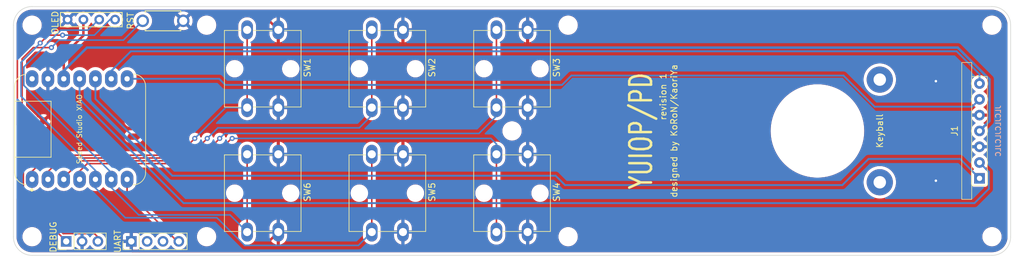
<source format=kicad_pcb>
(kicad_pcb (version 20211014) (generator pcbnew)
  (title_block (title "YUIOP/Pointing Device") (date "2023-01-09") (rev "1") (company "KaoriYa"))
  (layers (0 "F.Cu" signal) (31 "B.Cu" signal) (34 "B.Paste" user) (35 "F.Paste" user) (36 "B.SilkS" user "B.Silkscreen") (37 "F.SilkS" user "F.Silkscreen") (38 "B.Mask" user) (39 "F.Mask" user) (44 "Edge.Cuts" user))
  (net 0 "")
  (net 1 "/MISO")
  (net 2 "/MOSI")
  (net 3 "GND")
  (net 4 "+3V3")
  (net 5 "/NCS")
  (net 6 "/SCK")
  (net 7 "/UART_TX")
  (net 10 "/SWCLK")
  (net 11 "/SWDIO")
  (net 12 "/RESET")
  (net 13 "Net-(SW1-Pad2)")
  (net 14 "Net-(SW2-Pad2)")
  (net 15 "Net-(SW3-Pad2)")
  (net 16 "Net-(SW4-Pad2)")
  (net 17 "/SDA")
  (net 18 "/SCL")
  (footprint "MountingHole:MountingHole_2.1mm" (layer "F.Cu") (at 101 83)
    (fp_text reference "H2")
    (fp_text value "MountingHole")
    (pad "" np_thru_hole circle (at 0 0) (size 2.1 2.1) (drill 2.1) (layers *.Cu *.Mask))
  )
  (footprint "MountingHole:MountingHole_2.1mm" (layer "F.Cu") (at 101 117)
    (fp_text reference "H7")
    (fp_text value "MountingHole")
    (pad "" np_thru_hole circle (at 0 0) (size 2.1 2.1) (drill 2.1) (layers *.Cu *.Mask))
  )
  (footprint "yuiop:SW_PUSH-12mm" (layer "F.Cu") (at 130 110 -90)
    (fp_text reference "SW5" (at -0.17 -7.16 90) (layer "F.SilkS"))
    (fp_text value "SW_Push")
    (fp_line (start -6.15 1.5) (end -6.15 -1.5) (layer "F.SilkS") (width 0.12))
    (fp_line (start 6.15 -6.15) (end 6.15 -3.5) (layer "F.SilkS") (width 0.12))
    (fp_line (start -6.15 -3.5) (end -6.15 -6.15) (layer "F.SilkS") (width 0.12))
    (fp_line (start -6.15 6.15) (end -6.15 3.5) (layer "F.SilkS") (width 0.12))
    (fp_line (start -6.15 -6.15) (end 6.15 -6.15) (layer "F.SilkS") (width 0.12))
    (fp_line (start 6.15 -1.5) (end 6.15 1.5) (layer "F.SilkS") (width 0.12))
    (fp_line (start 6.15 6.15) (end -6.15 6.15) (layer "F.SilkS") (width 0.12))
    (fp_line (start 6.15 3.5) (end 6.15 6.15) (layer "F.SilkS") (width 0.12))
    (pad "" np_thru_hole circle (at 0 -4.5 270) (size 1.524 1.524) (drill 1.8) (layers F&B.Cu *.Mask))
    (pad "" np_thru_hole circle (at 0 4.5 270) (size 1.524 1.524) (drill 1.8) (layers F&B.Cu *.Mask))
    (pad "1" thru_hole oval (at -6.25 -2.5 270) (size 3.048 1.85) (drill 1.3) (layers *.Cu *.Mask) (net 3 "GND"))
    (pad "1" thru_hole oval (at 6.25 -2.5 270) (size 3.048 1.85) (drill 1.3) (layers *.Cu *.Mask) (net 3 "GND"))
    (pad "2" thru_hole oval (at 6.25 2.5 270) (size 3.048 1.85) (drill 1.3) (layers *.Cu *.Mask) (net 17 "/SDA"))
    (pad "2" thru_hole oval (at -6.25 2.5 270) (size 3.048 1.85) (drill 1.3) (layers *.Cu *.Mask) (net 17 "/SDA"))
  )
  (footprint "Connector_PinHeader_2.54mm:PinHeader_1x04_P2.54mm_Vertical" (layer "F.Cu") (at 88.92 117.75 90)
    (fp_text reference "J2")
    (fp_text value "UART" (at 0 -2.2 90) (layer "F.SilkS"))
    (fp_line (start -1.33 8.95) (end 1.33 8.95) (layer "F.SilkS") (width 0.12))
    (fp_line (start -1.33 1.27) (end -1.33 8.95) (layer "F.SilkS") (width 0.12))
    (fp_line (start -1.33 -1.33) (end 0 -1.33) (layer "F.SilkS") (width 0.12))
    (fp_line (start -1.33 0) (end -1.33 -1.33) (layer "F.SilkS") (width 0.12))
    (fp_line (start -1.33 1.27) (end 1.33 1.27) (layer "F.SilkS") (width 0.12))
    (fp_line (start 1.33 1.27) (end 1.33 8.95) (layer "F.SilkS") (width 0.12))
    (pad "1" thru_hole rect (at 0 0 90) (size 1.7 1.7) (drill 1) (layers *.Cu *.Mask) (net 3 "GND"))
    (pad "2" thru_hole oval (at 0 2.54 90) (size 1.7 1.7) (drill 1) (layers *.Cu *.Mask))
    (pad "3" thru_hole oval (at 0 5.08 90) (size 1.7 1.7) (drill 1) (layers *.Cu *.Mask))
    (pad "4" thru_hole oval (at 0 7.62 90) (size 1.7 1.7) (drill 1) (layers *.Cu *.Mask) (net 7 "/UART_TX"))
  )
  (footprint "yuiop:SW_PUSH-12mm" (layer "F.Cu") (at 150 90 -90)
    (fp_text reference "SW3" (at -0.17 -7.16 90) (layer "F.SilkS"))
    (fp_text value "SW_Push")
    (fp_line (start -6.15 -3.5) (end -6.15 -6.15) (layer "F.SilkS") (width 0.12))
    (fp_line (start 6.15 3.5) (end 6.15 6.15) (layer "F.SilkS") (width 0.12))
    (fp_line (start 6.15 -6.15) (end 6.15 -3.5) (layer "F.SilkS") (width 0.12))
    (fp_line (start 6.15 -1.5) (end 6.15 1.5) (layer "F.SilkS") (width 0.12))
    (fp_line (start -6.15 6.15) (end -6.15 3.5) (layer "F.SilkS") (width 0.12))
    (fp_line (start -6.15 -6.15) (end 6.15 -6.15) (layer "F.SilkS") (width 0.12))
    (fp_line (start 6.15 6.15) (end -6.15 6.15) (layer "F.SilkS") (width 0.12))
    (fp_line (start -6.15 1.5) (end -6.15 -1.5) (layer "F.SilkS") (width 0.12))
    (pad "" np_thru_hole circle (at 0 4.5 270) (size 1.524 1.524) (drill 1.8) (layers F&B.Cu *.Mask))
    (pad "" np_thru_hole circle (at 0 -4.5 270) (size 1.524 1.524) (drill 1.8) (layers F&B.Cu *.Mask))
    (pad "1" thru_hole oval (at 6.25 -2.5 270) (size 3.048 1.85) (drill 1.3) (layers *.Cu *.Mask) (net 3 "GND"))
    (pad "1" thru_hole oval (at -6.25 -2.5 270) (size 3.048 1.85) (drill 1.3) (layers *.Cu *.Mask) (net 3 "GND"))
    (pad "2" thru_hole oval (at -6.25 2.5 270) (size 3.048 1.85) (drill 1.3) (layers *.Cu *.Mask) (net 15 "Net-(SW3-Pad2)"))
    (pad "2" thru_hole oval (at 6.25 2.5 270) (size 3.048 1.85) (drill 1.3) (layers *.Cu *.Mask) (net 15 "Net-(SW3-Pad2)"))
  )
  (footprint "yuiop:OLED_128x32" (layer "F.Cu") (at 82.5 82.1 180)
    (fp_text reference "J4" hide)
    (fp_text value "OLED" hide)
    (fp_text user "OLED" (at 5.8 -0.5 90) (layer "F.SilkS"))
    (fp_line (start -4.95 1.15) (end -4.95 -1.15) (layer "F.SilkS") (width 0.15))
    (fp_line (start 4.95 -1.15) (end 4.95 1.15) (layer "F.SilkS") (width 0.15))
    (fp_line (start -4.95 -1.15) (end 4.95 -1.15) (layer "F.SilkS") (width 0.15))
    (fp_line (start -4.95 1.15) (end 4.95 1.15) (layer "F.SilkS") (width 0.15))
    (pad "1" thru_hole circle (at -3.81 0 180) (size 1.55 1.55) (drill 0.85) (layers *.Cu *.Mask) (net 17 "/SDA"))
    (pad "2" thru_hole circle (at -1.27 0 180) (size 1.55 1.55) (drill 0.85) (layers *.Cu *.Mask) (net 18 "/SCL"))
    (pad "3" thru_hole circle (at 1.27 0 180) (size 1.55 1.55) (drill 0.85) (layers *.Cu *.Mask) (net 4 "+3V3"))
    (pad "4" thru_hole circle (at 3.81 0 180) (size 1.55 1.55) (drill 0.85) (layers *.Cu *.Mask) (net 3 "GND"))
  )
  (footprint "MountingHole:MountingHole_2.1mm" (layer "F.Cu") (at 150 100)
    (fp_text reference "H5")
    (fp_text value "MountingHole")
    (pad "" np_thru_hole circle (at 0 0) (size 2.1 2.1) (drill 2.1) (layers *.Cu *.Mask))
  )
  (footprint "MountingHole:MountingHole_2.1mm" (layer "F.Cu") (at 227 83)
    (fp_text reference "H4")
    (fp_text value "MountingHole")
    (pad "" np_thru_hole circle (at 0 0) (size 2.1 2.1) (drill 2.1) (layers *.Cu *.Mask))
  )
  (footprint "yuiop:SW_PUSH-12mm" (layer "F.Cu") (at 150 110 -90)
    (fp_text reference "SW4" (at -0.17 -7.16 90) (layer "F.SilkS"))
    (fp_text value "SW_Push")
    (fp_line (start -6.15 1.5) (end -6.15 -1.5) (layer "F.SilkS") (width 0.12))
    (fp_line (start 6.15 -1.5) (end 6.15 1.5) (layer "F.SilkS") (width 0.12))
    (fp_line (start 6.15 3.5) (end 6.15 6.15) (layer "F.SilkS") (width 0.12))
    (fp_line (start -6.15 6.15) (end -6.15 3.5) (layer "F.SilkS") (width 0.12))
    (fp_line (start 6.15 -6.15) (end 6.15 -3.5) (layer "F.SilkS") (width 0.12))
    (fp_line (start 6.15 6.15) (end -6.15 6.15) (layer "F.SilkS") (width 0.12))
    (fp_line (start -6.15 -3.5) (end -6.15 -6.15) (layer "F.SilkS") (width 0.12))
    (fp_line (start -6.15 -6.15) (end 6.15 -6.15) (layer "F.SilkS") (width 0.12))
    (pad "" np_thru_hole circle (at 0 -4.5 270) (size 1.524 1.524) (drill 1.8) (layers F&B.Cu *.Mask))
    (pad "" np_thru_hole circle (at 0 4.5 270) (size 1.524 1.524) (drill 1.8) (layers F&B.Cu *.Mask))
    (pad "1" thru_hole oval (at -6.25 -2.5 270) (size 3.048 1.85) (drill 1.3) (layers *.Cu *.Mask) (net 3 "GND"))
    (pad "1" thru_hole oval (at 6.25 -2.5 270) (size 3.048 1.85) (drill 1.3) (layers *.Cu *.Mask) (net 3 "GND"))
    (pad "2" thru_hole oval (at 6.25 2.5 270) (size 3.048 1.85) (drill 1.3) (layers *.Cu *.Mask) (net 16 "Net-(SW4-Pad2)"))
    (pad "2" thru_hole oval (at -6.25 2.5 270) (size 3.048 1.85) (drill 1.3) (layers *.Cu *.Mask) (net 16 "Net-(SW4-Pad2)"))
  )
  (footprint "MountingHole:MountingHole_2.1mm" (layer "F.Cu") (at 227 117)
    (fp_text reference "H9")
    (fp_text value "MountingHole")
    (pad "" np_thru_hole circle (at 0 0) (size 2.1 2.1) (drill 2.1) (layers *.Cu *.Mask))
  )
  (footprint "Seeeduino XIAO KICAD:Seeeduino XIAO-MOUDLE14P-2.54-21X17.8MM-TH" (layer "F.Cu") (at 91.11831 108.61441 90)
    (fp_text reference "U1")
    (fp_text value "Seeed Studio XIAO" (at 8.89889 -10.51831 90) (layer "F.SilkS") (effects (font (size 0.8 0.8) (thickness 0.12))))
    (fp_line (start 13.39342 -15.06982) (end 4.3942 -15.06982) (layer "F.SilkS") (width 0.12))
    (fp_line (start 1.950001 0.1) (end 15.750001 0.1) (layer "F.SilkS") (width 0.12))
    (fp_line (start 13.39342 -20.9) (end 13.39342 -15.06982) (layer "F.SilkS") (width 0.12))
    (fp_line (start 15.750001 -20.9) (end 1.950001 -20.9) (layer "F.SilkS") (width 0.12))
    (fp_line (start 4.3942 -15.06982) (end 4.3942 -20.9) (layer "F.SilkS") (width 0.12))
    (fp_arc (start 17.750001 -1.84) (mid 17.1433 -0.464537) (end 15.750001 0.1) (layer "F.SilkS") (width 0.12))
    (fp_arc (start -0.03 -19.13) (mid 0.626814 -20.387717) (end 1.950001 -20.9) (layer "F.SilkS") (width 0.12))
    (fp_arc (start 1.950001 0.1) (mid 0.535787 -0.485786) (end -0.049999 -1.9) (layer "F.SilkS") (width 0.12))
    (fp_arc (start 15.750001 -20.9) (mid 17.0581 -20.413326) (end 17.73 -19.19) (layer "F.SilkS") (width 0.12))
    (fp_circle (center -0.889 -18.161) (end -0.889 -18.415) (layer "F.SilkS") (width 0) (fill solid))
    (pad "1" thru_hole oval (at 0.83312 -18.11782 90) (size 2.74828 1.99898) (drill 0.85) (layers *.Cu *.Mask) (net 13 "Net-(SW1-Pad2)"))
    (pad "2" thru_hole oval (at 0.83312 -15.57782 90) (size 2.74828 1.99898) (drill 0.85) (layers *.Cu *.Mask) (net 14 "Net-(SW2-Pad2)"))
    (pad "3" thru_hole oval (at 0.83312 -13.03782 90) (size 2.74828 1.99898) (drill 0.85) (layers *.Cu *.Mask) (net 15 "Net-(SW3-Pad2)"))
    (pad "4" thru_hole oval (at 0.83312 -10.49782 90) (size 2.74828 1.99898) (drill 0.85) (layers *.Cu *.Mask) (net 16 "Net-(SW4-Pad2)"))
    (pad "5" thru_hole oval (at 0.83312 -7.95782 90) (size 2.74828 1.99898) (drill 0.85) (layers *.Cu *.Mask) (net 17 "/SDA"))
    (pad "6" thru_hole oval (at 0.83312 -5.41782 90) (size 2.74828 1.99898) (drill 0.85) (layers *.Cu *.Mask) (net 18 "/SCL"))
    (pad "7" thru_hole oval (at 0.83312 -2.87782 90) (size 2.74828 1.99898) (drill 0.85) (layers *.Cu *.Mask) (net 7 "/UART_TX"))
    (pad "8" thru_hole oval (at 16.99768 -2.87782 90) (size 2.74828 1.99898) (drill 0.85) (layers *.Cu *.Mask) (net 5 "/NCS"))
    (pad "9" thru_hole oval (at 16.99768 -5.41782 90) (size 2.74828 1.99898) (drill 0.85) (layers *.Cu *.Mask) (net 6 "/SCK"))
    (pad "10" thru_hole oval (at 16.99768 -7.95782 90) (size 2.74828 1.99898) (drill 0.85) (layers *.Cu *.Mask) (net 1 "/MISO"))
    (pad "11" thru_hole oval (at 16.99768 -10.49782 90) (size 2.74828 1.99898) (drill 0.85) (layers *.Cu *.Mask) (net 2 "/MOSI"))
    (pad "12" thru_hole oval (at 16.99768 -13.03782 90) (size 2.74828 1.99898) (drill 0.85) (layers *.Cu *.Mask) (net 4 "+3V3"))
    (pad "13" thru_hole oval (at 16.99768 -15.57782 90) (size 2.74828 1.99898) (drill 0.85) (layers *.Cu *.Mask) (net 3 "GND"))
    (pad "14" thru_hole oval (at 16.99768 -18.11782 90) (size 2.74828 1.99898) (drill 0.85) (layers *.Cu *.Mask))
    (pad "15" smd oval (at 7.7 -1.8 180) (size 2.032 1.016) (layers "F.Cu" "F.Paste" "F.Mask"))
    (pad "16" smd oval (at 10.25 -1.8 180) (size 2.032 1.016) (layers "F.Cu" "F.Paste" "F.Mask") (net 3 "GND"))
    (pad "17" smd circle (at 7.698803 -18.804187 180) (size 1.143 1.143) (layers "F.Cu" "F.Paste" "F.Mask") (net 11 "/SWDIO"))
    (pad "18" smd circle (at 10.238803 -18.804187 180) (size 1.143 1.143) (layers "F.Cu" "F.Paste" "F.Mask") (net 10 "/SWCLK"))
    (pad "19" smd circle (at 7.698803 -16.264187 180) (size 1.143 1.143) (layers "F.Cu" "F.Paste" "F.Mask") (net 12 "/RESET"))
    (pad "20" smd circle (at 10.238803 -16.264187 180) (size 1.143 1.143) (layers "F.Cu" "F.Paste" "F.Mask") (net 3 "GND"))
  )
  (footprint "MountingHole:MountingHole_2.1mm" (layer "F.Cu") (at 159 83)
    (fp_text reference "H3")
    (fp_text value "MountingHole")
    (pad "" np_thru_hole circle (at 0 0) (size 2.1 2.1) (drill 2.1) (layers *.Cu *.Mask))
  )
  (footprint "yuiop:SW_PUSH-12mm" (layer "F.Cu") (at 130 90 -90)
    (fp_text reference "SW2" (at -0.17 -7.16 90) (layer "F.SilkS"))
    (fp_text value "SW_Push")
    (fp_line (start -6.15 6.15) (end -6.15 3.5) (layer "F.SilkS") (width 0.12))
    (fp_line (start -6.15 1.5) (end -6.15 -1.5) (layer "F.SilkS") (width 0.12))
    (fp_line (start 6.15 -1.5) (end 6.15 1.5) (layer "F.SilkS") (width 0.12))
    (fp_line (start 6.15 -6.15) (end 6.15 -3.5) (layer "F.SilkS") (width 0.12))
    (fp_line (start 6.15 3.5) (end 6.15 6.15) (layer "F.SilkS") (width 0.12))
    (fp_line (start -6.15 -6.15) (end 6.15 -6.15) (layer "F.SilkS") (width 0.12))
    (fp_line (start 6.15 6.15) (end -6.15 6.15) (layer "F.SilkS") (width 0.12))
    (fp_line (start -6.15 -3.5) (end -6.15 -6.15) (layer "F.SilkS") (width 0.12))
    (pad "" np_thru_hole circle (at 0 -4.5 270) (size 1.524 1.524) (drill 1.8) (layers F&B.Cu *.Mask))
    (pad "" np_thru_hole circle (at 0 4.5 270) (size 1.524 1.524) (drill 1.8) (layers F&B.Cu *.Mask))
    (pad "1" thru_hole oval (at -6.25 -2.5 270) (size 3.048 1.85) (drill 1.3) (layers *.Cu *.Mask) (net 3 "GND"))
    (pad "1" thru_hole oval (at 6.25 -2.5 270) (size 3.048 1.85) (drill 1.3) (layers *.Cu *.Mask) (net 3 "GND"))
    (pad "2" thru_hole oval (at 6.25 2.5 270) (size 3.048 1.85) (drill 1.3) (layers *.Cu *.Mask) (net 14 "Net-(SW2-Pad2)"))
    (pad "2" thru_hole oval (at -6.25 2.5 270) (size 3.048 1.85) (drill 1.3) (layers *.Cu *.Mask) (net 14 "Net-(SW2-Pad2)"))
  )
  (footprint "MountingHole:MountingHole_2.1mm" (layer "F.Cu") (at 73 117)
    (fp_text reference "H6")
    (fp_text value "MountingHole")
    (pad "" np_thru_hole circle (at 0 0) (size 2.1 2.1) (drill 2.1) (layers *.Cu *.Mask))
  )
  (footprint "yuiop:SW_PUSH-12mm" (layer "F.Cu") (at 110 90 -90)
    (fp_text reference "SW1" (at -0.17 -7.16 90) (layer "F.SilkS"))
    (fp_text value "SW_Push")
    (fp_line (start -6.15 -6.15) (end 6.15 -6.15) (layer "F.SilkS") (width 0.12))
    (fp_line (start 6.15 3.5) (end 6.15 6.15) (layer "F.SilkS") (width 0.12))
    (fp_line (start -6.15 -3.5) (end -6.15 -6.15) (layer "F.SilkS") (width 0.12))
    (fp_line (start 6.15 -6.15) (end 6.15 -3.5) (layer "F.SilkS") (width 0.12))
    (fp_line (start 6.15 6.15) (end -6.15 6.15) (layer "F.SilkS") (width 0.12))
    (fp_line (start 6.15 -1.5) (end 6.15 1.5) (layer "F.SilkS") (width 0.12))
    (fp_line (start -6.15 6.15) (end -6.15 3.5) (layer "F.SilkS") (width 0.12))
    (fp_line (start -6.15 1.5) (end -6.15 -1.5) (layer "F.SilkS") (width 0.12))
    (pad "" np_thru_hole circle (at 0 -4.5 270) (size 1.524 1.524) (drill 1.8) (layers F&B.Cu *.Mask))
    (pad "" np_thru_hole circle (at 0 4.5 270) (size 1.524 1.524) (drill 1.8) (layers F&B.Cu *.Mask))
    (pad "1" thru_hole oval (at -6.25 -2.5 270) (size 3.048 1.85) (drill 1.3) (layers *.Cu *.Mask) (net 3 "GND"))
    (pad "1" thru_hole oval (at 6.25 -2.5 270) (size 3.048 1.85) (drill 1.3) (layers *.Cu *.Mask) (net 3 "GND"))
    (pad "2" thru_hole oval (at -6.25 2.5 270) (size 3.048 1.85) (drill 1.3) (layers *.Cu *.Mask) (net 13 "Net-(SW1-Pad2)"))
    (pad "2" thru_hole oval (at 6.25 2.5 270) (size 3.048 1.85) (drill 1.3) (layers *.Cu *.Mask) (net 13 "Net-(SW1-Pad2)"))
  )
  (footprint "Connector_PinHeader_2.54mm:PinHeader_1x03_P2.54mm_Vertical" (layer "F.Cu") (at 78.475 117.75 90)
    (fp_text reference "J3")
    (fp_text value "DEBUG" (at 0.7 -2.075 90) (layer "F.SilkS"))
    (fp_line (start -1.33 1.27) (end -1.33 6.41) (layer "F.SilkS") (width 0.12))
    (fp_line (start -1.33 0) (end -1.33 -1.33) (layer "F.SilkS") (width 0.12))
    (fp_line (start -1.33 6.41) (end 1.33 6.41) (layer "F.SilkS") (width 0.12))
    (fp_line (start -1.33 -1.33) (end 0 -1.33) (layer "F.SilkS") (width 0.12))
    (fp_line (start -1.33 1.27) (end 1.33 1.27) (layer "F.SilkS") (width 0.12))
    (fp_line (start 1.33 1.27) (end 1.33 6.41) (layer "F.SilkS") (width 0.12))
    (pad "1" thru_hole rect (at 0 0 90) (size 1.7 1.7) (drill 1) (layers *.Cu *.Mask) (net 10 "/SWCLK"))
    (pad "2" thru_hole oval (at 0 2.54 90) (size 1.7 1.7) (drill 1) (layers *.Cu *.Mask) (net 3 "GND"))
    (pad "3" thru_hole oval (at 0 5.08 90) (size 1.7 1.7) (drill 1) (layers *.Cu *.Mask) (net 11 "/SWDIO"))
  )
  (footprint "yuiop:KeyballSensor_on_PCB" (layer "F.Cu") (at 225 100 90)
    (fp_text reference "J1" (at 0 -4 90) (layer "F.SilkS"))
    (fp_text value "Keyball" (at 0 -16 90) (layer "F.SilkS"))
    (fp_rect (start 11 -1.25) (end -11 -2.85) (layer "F.SilkS") (width 0.1) (fill none))
    (fp_rect (start -8.75 -1.25) (end 8.75 1.25) (layer "F.SilkS") (width 0.1) (fill none))
    (pad "" np_thru_hole circle (at 0 -26 90) (size 14 14) (drill 14) (layers F&B.Cu *.Mask))
    (pad "" np_thru_hole circle (at -8.25 -16 180) (size 4.2 4.2) (drill 2) (layers F&B.Cu *.Mask))
    (pad "" np_thru_hole circle (at 8.25 -16 180) (size 4.2 4.2) (drill 2) (layers F&B.Cu *.Mask))
    (pad "1" thru_hole rect (at -7.62 0 180) (size 1.7 1.7) (drill 0.85) (layers *.Cu *.Mask) (net 1 "/MISO"))
    (pad "2" thru_hole oval (at -5.08 0 180) (size 1.7 1.7) (drill 0.85) (layers *.Cu *.Mask) (net 2 "/MOSI"))
    (pad "3" thru_hole oval (at -2.54 0 180) (size 1.7 1.7) (drill 0.85) (layers *.Cu *.Mask) (net 3 "GND"))
    (pad "4" thru_hole oval (at 0 0 180) (size 1.7 1.7) (drill 0.85) (layers *.Cu *.Mask) (net 4 "+3V3"))
    (pad "5" thru_hole oval (at 2.54 0 180) (size 1.7 1.7) (drill 0.85) (layers *.Cu *.Mask) (net 3 "GND"))
    (pad "6" thru_hole oval (at 5.08 0 180) (size 1.7 1.7) (drill 0.85) (layers *.Cu *.Mask) (net 5 "/NCS"))
    (pad "7" thru_hole oval (at 7.62 0 180) (size 1.7 1.7) (drill 0.85) (layers *.Cu *.Mask) (net 6 "/SCK"))
  )
  (footprint "MountingHole:MountingHole_2.1mm" (layer "F.Cu") (at 159 117)
    (fp_text reference "H8")
    (fp_text value "MountingHole")
    (pad "" np_thru_hole circle (at 0 0) (size 2.1 2.1) (drill 2.1) (layers *.Cu *.Mask))
  )
  (footprint "yuiop:ResetSW_2_1side" (layer "F.Cu") (at 94 82.3 180)
    (fp_text reference "RST1" hide)
    (fp_text value "SW_Push")
    (fp_text user "RST" (at 5.2 0 90) (layer "F.SilkS"))
    (fp_line (start -2.85 -1.6) (end -2.85 -1.35) (layer "F.SilkS") (width 0.15))
    (fp_line (start -2.85 -1.6) (end 2.85 -1.6) (layer "F.SilkS") (width 0.15))
    (fp_line (start -2.85 1.6) (end 2.85 1.6) (layer "F.SilkS") (width 0.15))
    (fp_line (start 2.85 1.6) (end 2.85 1.35) (layer "F.SilkS") (width 0.15))
    (fp_line (start 2.85 -1.6) (end 2.85 -1.35) (layer "F.SilkS") (width 0.15))
    (fp_line (start -2.85 1.6) (end -2.85 1.35) (layer "F.SilkS") (width 0.15))
    (pad "1" thru_hole circle (at 3.25 0 180) (size 2 2) (drill 1.3) (layers *.Cu *.Mask) (net 12 "/RESET"))
    (pad "2" thru_hole circle (at -3.25 0 180) (size 2 2) (drill 1.3) (layers *.Cu *.Mask) (net 3 "GND"))
  )
  (footprint "yuiop:SW_PUSH-12mm" (layer "F.Cu") (at 110 110 -90)
    (fp_text reference "SW6" (at -0.17 -7.16 90) (layer "F.SilkS"))
    (fp_text value "SW_Push")
    (fp_line (start 6.15 3.5) (end 6.15 6.15) (layer "F.SilkS") (width 0.12))
    (fp_line (start 6.15 -1.5) (end 6.15 1.5) (layer "F.SilkS") (width 0.12))
    (fp_line (start 6.15 -6.15) (end 6.15 -3.5) (layer "F.SilkS") (width 0.12))
    (fp_line (start -6.15 -3.5) (end -6.15 -6.15) (layer "F.SilkS") (width 0.12))
    (fp_line (start -6.15 -6.15) (end 6.15 -6.15) (layer "F.SilkS") (width 0.12))
    (fp_line (start -6.15 6.15) (end -6.15 3.5) (layer "F.SilkS") (width 0.12))
    (fp_line (start 6.15 6.15) (end -6.15 6.15) (layer "F.SilkS") (width 0.12))
    (fp_line (start -6.15 1.5) (end -6.15 -1.5) (layer "F.SilkS") (width 0.12))
    (pad "" np_thru_hole circle (at 0 4.5 270) (size 1.524 1.524) (drill 1.8) (layers F&B.Cu *.Mask))
    (pad "" np_thru_hole circle (at 0 -4.5 270) (size 1.524 1.524) (drill 1.8) (layers F&B.Cu *.Mask))
    (pad "1" thru_hole oval (at 6.25 -2.5 270) (size 3.048 1.85) (drill 1.3) (layers *.Cu *.Mask) (net 3 "GND"))
    (pad "1" thru_hole oval (at -6.25 -2.5 270) (size 3.048 1.85) (drill 1.3) (layers *.Cu *.Mask) (net 3 "GND"))
    (pad "2" thru_hole oval (at -6.25 2.5 270) (size 3.048 1.85) (drill 1.3) (layers *.Cu *.Mask) (net 18 "/SCL"))
    (pad "2" thru_hole oval (at 6.25 2.5 270) (size 3.048 1.85) (drill 1.3) (layers *.Cu *.Mask) (net 18 "/SCL"))
  )
  (footprint "MountingHole:MountingHole_2.1mm" (layer "F.Cu") (at 73 83)
    (fp_text reference "H1")
    (fp_text value "MountingHole")
    (pad "" np_thru_hole circle (at 0 0) (size 2.1 2.1) (drill 2.1) (layers *.Cu *.Mask))
  )
  (gr_line (start 227 120) (end 73 120) (layer "Edge.Cuts") (width 0.1))
  (gr_line (start 230 83) (end 230 117) (layer "Edge.Cuts") (width 0.1))
  (gr_line (start 70 117) (end 70 83) (layer "Edge.Cuts") (width 0.1))
  (gr_arc (start 73 120) (mid 70.87868 119.12132) (end 70 117) (layer "Edge.Cuts") (width 0.1))
  (gr_arc (start 230 117) (mid 229.12132 119.12132) (end 227 120) (layer "Edge.Cuts") (width 0.1))
  (gr_arc (start 227 80) (mid 229.12132 80.87868) (end 230 83) (layer "Edge.Cuts") (width 0.1))
  (gr_line (start 73 80) (end 227 80) (layer "Edge.Cuts") (width 0.1))
  (gr_arc (start 70 83) (mid 70.87868 80.87868) (end 73 80) (layer "Edge.Cuts") (width 0.1))
  (gr_text "JLCJLCJLCJLC" (at 228 100 90) (layer "B.SilkS") (effects (font (size 0.8 0.8)) (justify mirror)))
  (gr_text "designed by KoRoN/KaoriYa" (at 176 100 90) (layer "F.SilkS") (effects (font (size 1 1))))
  (gr_text "YUIOP/PD" (at 170.7 100 90) (layer "F.SilkS") (effects (font (size 3.5 2.5) (thickness 0.4))))
  (gr_text "revision 1" (at 174.25 94.5 90) (layer "F.SilkS") (effects (font (size 1 1))))
  (segment (start 158.5 108.7) (end 203 108.7) (width 0.3) (layer "B.Cu") (net 1))
  (segment (start 95.5 107.2) (end 157 107.2) (width 0.3) (layer "B.Cu") (net 1))
  (segment (start 207.2 104.5) (end 221.88 104.5) (width 0.3) (layer "B.Cu") (net 1))
  (segment (start 83.16049 91.61673) (end 83.16049 94.86049) (width 0.3) (layer "B.Cu") (net 1))
  (segment (start 157 107.2) (end 158.5 108.7) (width 0.3) (layer "B.Cu") (net 1))
  (segment (start 203 108.7) (end 207.2 104.5) (width 0.3) (layer "B.Cu") (net 1))
  (segment (start 83.16049 94.86049) (end 95.5 107.2) (width 0.3) (layer "B.Cu") (net 1))
  (segment (start 221.88 104.5) (end 225 107.62) (width 0.3) (layer "B.Cu") (net 1))
  (segment (start 226.5 109.3) (end 226.5 106.58) (width 0.3) (layer "B.Cu") (net 2))
  (segment (start 80.62049 91.61673) (end 80.62049 94.92049) (width 0.3) (layer "B.Cu") (net 2))
  (segment (start 226.5 106.58) (end 225 105.08) (width 0.3) (layer "B.Cu") (net 2))
  (segment (start 224.2 111.6) (end 226.5 109.3) (width 0.3) (layer "B.Cu") (net 2))
  (segment (start 80.62049 94.92049) (end 97.3 111.6) (width 0.3) (layer "B.Cu") (net 2))
  (segment (start 97.3 111.6) (end 224.2 111.6) (width 0.3) (layer "B.Cu") (net 2))
  (segment (start 75.54049 88.95951) (end 75.54049 91.61673) (width 0.4) (layer "F.Cu") (net 3))
  (segment (start 89.31831 98.36441) (end 90.1539 99.2) (width 0.4) (layer "F.Cu") (net 3))
  (segment (start 132.5 96.25) (end 132.5 99.1) (width 0.4) (layer "F.Cu") (net 3))
  (segment (start 110.05 81.3) (end 112.5 83.75) (width 0.4) (layer "F.Cu") (net 3))
  (segment (start 152.5 99.5) (end 152.5 103.75) (width 0.4) (layer "F.Cu") (net 3))
  (segment (start 150.5 97.5) (end 152.5 99.5) (width 0.4) (layer "F.Cu") (net 3))
  (segment (start 132.5 99.1) (end 132.5 99.4) (width 0.4) (layer "F.Cu") (net 3))
  (segment (start 98.45 83.5) (end 98.45 84.65) (width 0.4) (layer "F.Cu") (net 3))
  (segment (start 99.8 86) (end 102.2 86) (width 0.4) (layer "F.Cu") (net 3))
  (segment (start 132.5 99.4) (end 132.5 103.75) (width 0.4) (layer "F.Cu") (net 3))
  (segment (start 75.54049 97.68924) (end 75.54049 91.61673) (width 0.4) (layer "F.Cu") (net 3))
  (segment (start 132.5 103.75) (end 132.5 116.25) (width 0.4) (layer "F.Cu") (net 3))
  (segment (start 132.3 99.2) (end 132.5 99.4) (width 0.4) (layer "F.Cu") (net 3))
  (segment (start 97.25 82.3) (end 98.45 83.5) (width 0.4) (layer "F.Cu") (net 3))
  (segment (start 132.5 83.75) (end 132.5 96.25) (width 0.4) (layer "F.Cu") (net 3))
  (segment (start 102.2 86) (end 106.9 81.3) (width 0.4) (layer "F.Cu") (net 3))
  (segment (start 79.7 84.8) (end 75.54049 88.95951) (width 0.4) (layer "F.Cu") (net 3))
  (segment (start 89.1 119.3) (end 90.22 119.3) (width 0.4) (layer "F.Cu") (net 3))
  (segment (start 112.5 83.75) (end 112.5 96.25) (width 0.4) (layer "F.Cu") (net 3))
  (segment (start 88.92 117.75) (end 88.92 119.12) (width 0.4) (layer "F.Cu") (net 3))
  (segment (start 148.1 99.1) (end 149.7 97.5) (width 0.4) (layer "F.Cu") (net 3))
  (segment (start 106.9 81.3) (end 110.05 81.3) (width 0.4) (layer "F.Cu") (net 3))
  (segment (start 152.5 83.75) (end 152.5 96.25) (width 0.4) (layer "F.Cu") (net 3))
  (segment (start 78.69 82.1) (end 79.7 83.11) (width 0.4) (layer "F.Cu") (net 3))
  (segment (start 152.5 103.75) (end 152.5 116.25) (width 0.4) (layer "F.Cu") (net 3))
  (segment (start 79.7 83.11) (end 79.7 84.8) (width 0.4) (layer "F.Cu") (net 3))
  (segment (start 109.55 99.2) (end 132.3 99.2) (width 0.4) (layer "F.Cu") (net 3))
  (segment (start 89.31831 98.36441) (end 76.21566 98.36441) (width 0.4) (layer "F.Cu") (net 3))
  (segment (start 112.5 103.75) (end 112.5 116.25) (width 0.4) (layer "F.Cu") (net 3))
  (segment (start 132.5 99.1) (end 148.1 99.1) (width 0.4) (layer "F.Cu") (net 3))
  (segment (start 112.5 96.25) (end 112.5 103.75) (width 0.4) (layer "F.Cu") (net 3))
  (segment (start 90.1539 99.2) (end 109.55 99.2) (width 0.4) (layer "F.Cu") (net 3))
  (segment (start 74.854123 98.375607) (end 75.54049 97.68924) (width 0.4) (layer "F.Cu") (net 3))
  (segment (start 76.21566 98.36441) (end 75.54049 97.68924) (width 0.4) (layer "F.Cu") (net 3))
  (segment (start 152.5 96.25) (end 152.5 99.5) (width 0.4) (layer "F.Cu") (net 3))
  (segment (start 90.22 119.3) (end 109.45 119.3) (width 0.4) (layer "F.Cu") (net 3))
  (segment (start 88.92 119.12) (end 89.1 119.3) (width 0.4) (layer "F.Cu") (net 3))
  (segment (start 98.45 84.65) (end 99.8 86) (width 0.4) (layer "F.Cu") (net 3))
  (segment (start 149.7 97.5) (end 150.5 97.5) (width 0.4) (layer "F.Cu") (net 3))
  (segment (start 109.45 119.3) (end 112.5 116.25) (width 0.4) (layer "F.Cu") (net 3))
  (via (at 218 92) (size 0.8) (drill 0.4) (layers "F.Cu" "B.Cu") (net 3))
  (via (at 218 108) (size 0.8) (drill 0.4) (layers "F.Cu" "B.Cu") (net 3))
  (segment (start 202.94952 91.64952) (end 208.76 97.46) (width 0.4) (layer "B.Cu") (net 3))
  (segment (start 216.84 97.46) (end 225 97.46) (width 0.4) (layer "B.Cu") (net 3))
  (segment (start 159.75048 91.64952) (end 202.94952 91.64952) (width 0.4) (layer "B.Cu") (net 3))
  (segment (start 155.15 96.25) (end 159.75048 91.64952) (width 0.4) (layer "B.Cu") (net 3))
  (segment (start 221.92 102.54) (end 216.84 97.46) (width 0.4) (layer "B.Cu") (net 3))
  (segment (start 208.76 97.46) (end 216.84 97.46) (width 0.4) (layer "B.Cu") (net 3))
  (segment (start 225 102.54) (end 221.92 102.54) (width 0.4) (layer "B.Cu") (net 3))
  (segment (start 81.1 116.1) (end 88.92 116.1) (width 0.4) (layer "B.Cu") (net 3))
  (segment (start 81.015 116.185) (end 81.1 116.1) (width 0.4) (layer "B.Cu") (net 3))
  (segment (start 81.015 118) (end 81.015 116.185) (width 0.4) (layer "B.Cu") (net 3))
  (segment (start 88.92 116.1) (end 88.92 118) (width 0.4) (layer "B.Cu") (net 3))
  (segment (start 152.5 96.25) (end 155.15 96.25) (width 0.4) (layer "B.Cu") (net 3))
  (segment (start 78.08049 91.61673) (end 78.08049 87.81951) (width 0.4) (layer "F.Cu") (net 4))
  (segment (start 78.08049 87.81951) (end 81.23 84.67) (width 0.4) (layer "F.Cu") (net 4))
  (segment (start 81.23 82) (end 81.23 84.67) (width 0.4) (layer "F.Cu") (net 4))
  (segment (start 226.6 98.4) (end 226.6 91.7) (width 0.4) (layer "B.Cu") (net 4))
  (segment (start 78.08049 90.31951) (end 78.08049 91.61673) (width 0.4) (layer "B.Cu") (net 4))
  (segment (start 226.6 91.7) (end 221.5 86.6) (width 0.4) (layer "B.Cu") (net 4))
  (segment (start 225 100) (end 226.6 98.4) (width 0.4) (layer "B.Cu") (net 4))
  (segment (start 221.5 86.6) (end 81.8 86.6) (width 0.4) (layer "B.Cu") (net 4))
  (segment (start 81.8 86.6) (end 78.08049 90.31951) (width 0.4) (layer "B.Cu") (net 4))
  (segment (start 104 92.6) (end 158.022862 92.6) (width 0.3) (layer "B.Cu") (net 5))
  (segment (start 208.177138 96.1) (end 223.82 96.1) (width 0.3) (layer "B.Cu") (net 5))
  (segment (start 203.177139 91.100001) (end 208.177138 96.1) (width 0.3) (layer "B.Cu") (net 5))
  (segment (start 88.24049 91.61673) (end 103.01673 91.61673) (width 0.3) (layer "B.Cu") (net 5))
  (segment (start 103.01673 91.61673) (end 104 92.6) (width 0.3) (layer "B.Cu") (net 5))
  (segment (start 159.522862 91.1) (end 203.177139 91.100001) (width 0.3) (layer "B.Cu") (net 5))
  (segment (start 158.022862 92.6) (end 159.522862 91.1) (width 0.3) (layer "B.Cu") (net 5))
  (segment (start 223.82 96.1) (end 225 94.92) (width 0.3) (layer "B.Cu") (net 5))
  (segment (start 88.85 87.2) (end 221.322862 87.2) (width 0.3) (layer "B.Cu") (net 6))
  (segment (start 225 90.877138) (end 225 92.38) (width 0.3) (layer "B.Cu") (net 6))
  (segment (start 85.70049 91.61673) (end 85.70049 90.34951) (width 0.3) (layer "B.Cu") (net 6))
  (segment (start 85.70049 90.34951) (end 88.85 87.2) (width 0.3) (layer "B.Cu") (net 6))
  (segment (start 221.322862 87.2) (end 225 90.877138) (width 0.3) (layer "B.Cu") (net 6))
  (segment (start 88.24049 107.78129) (end 88.24049 109.70049) (width 0.25) (layer "F.Cu") (net 7))
  (segment (start 88.24049 109.70049) (end 96.54 118) (width 0.25) (layer "F.Cu") (net 7))
  (segment (start 78.475 117.725) (end 71.15048 110.40048) (width 0.25) (layer "F.Cu") (net 10))
  (segment (start 71.15048 110.40048) (end 71.15048 99.53925) (width 0.25) (layer "F.Cu") (net 10))
  (segment (start 71.15048 99.53925) (end 72.314123 98.375607) (width 0.25) (layer "F.Cu") (net 10))
  (segment (start 83 116.5) (end 78 116.5) (width 0.25) (layer "F.Cu") (net 11))
  (segment (start 78 116.5) (end 71.6 110.1) (width 0.25) (layer "F.Cu") (net 11))
  (segment (start 71.6 101.62973) (end 72.314123 100.915607) (width 0.25) (layer "F.Cu") (net 11))
  (segment (start 83.555 118) (end 83.555 117.055) (width 0.25) (layer "F.Cu") (net 11))
  (segment (start 71.6 110.1) (end 71.6 101.62973) (width 0.25) (layer "F.Cu") (net 11))
  (segment (start 83.555 117.055) (end 83 116.5) (width 0.25) (layer "F.Cu") (net 11))
  (segment (start 71.4 96.194332) (end 73.210134 98.004466) (width 0.25) (layer "F.Cu") (net 12))
  (segment (start 73.2 86.6) (end 71.4 88.4) (width 0.25) (layer "F.Cu") (net 12))
  (segment (start 76.1 86.6) (end 73.2 86.6) (width 0.25) (layer "F.Cu") (net 12))
  (segment (start 73.210134 100.010134) (end 74.115607 100.915607) (width 0.25) (layer "F.Cu") (net 12))
  (segment (start 74.115607 100.915607) (end 74.854123 100.915607) (width 0.25) (layer "F.Cu") (net 12))
  (segment (start 71.4 88.4) (end 71.4 96.194332) (width 0.25) (layer "F.Cu") (net 12))
  (segment (start 73.210134 98.004466) (end 73.210134 100.010134) (width 0.25) (layer "F.Cu") (net 12))
  (via (at 76.1 86.6) (size 0.8) (drill 0.4) (layers "F.Cu" "B.Cu") (net 12))
  (segment (start 87.2 85.4) (end 87.65 85.4) (width 0.25) (layer "B.Cu") (net 12))
  (segment (start 76.1 86.6) (end 77.3 85.4) (width 0.25) (layer "B.Cu") (net 12))
  (segment (start 77.3 85.4) (end 87.2 85.4) (width 0.25) (layer "B.Cu") (net 12))
  (segment (start 87.65 85.4) (end 90.75 82.3) (width 0.25) (layer "B.Cu") (net 12))
  (segment (start 73.00049 107.78129) (end 73.00049 106.4904) (width 0.25) (layer "F.Cu") (net 13))
  (segment (start 96.39904 103.90096) (end 99.1 101.2) (width 0.25) (layer "F.Cu") (net 13))
  (segment (start 107.5 83.75) (end 107.5 96.25) (width 0.25) (layer "F.Cu") (net 13))
  (segment (start 73.00049 106.4904) (end 75.58993 103.90096) (width 0.25) (layer "F.Cu") (net 13))
  (segment (start 75.58993 103.90096) (end 96.39904 103.90096) (width 0.25) (layer "F.Cu") (net 13))
  (via (at 99.1 101.2) (size 0.8) (drill 0.4) (layers "F.Cu" "B.Cu") (net 13))
  (segment (start 104.05 96.25) (end 107.5 96.25) (width 0.25) (layer "B.Cu") (net 13))
  (segment (start 99.1 101.2) (end 104.05 96.25) (width 0.25) (layer "B.Cu") (net 13))
  (segment (start 75.54049 106.55951) (end 77.74952 104.35048) (width 0.25) (layer "F.Cu") (net 14))
  (segment (start 97.94952 104.35048) (end 101.1 101.2) (width 0.25) (layer "F.Cu") (net 14))
  (segment (start 77.74952 104.35048) (end 97.94952 104.35048) (width 0.25) (layer "F.Cu") (net 14))
  (segment (start 127.5 83.75) (end 127.5 96.25) (width 0.25) (layer "F.Cu") (net 14))
  (segment (start 75.54049 107.78129) (end 75.54049 106.55951) (width 0.25) (layer "F.Cu") (net 14))
  (via (at 101.1 101.2) (size 0.8) (drill 0.4) (layers "F.Cu" "B.Cu") (net 14))
  (segment (start 102.8 99.5) (end 125.5 99.5) (width 0.25) (layer "B.Cu") (net 14))
  (segment (start 101.1 101.2) (end 102.8 99.5) (width 0.25) (layer "B.Cu") (net 14))
  (segment (start 127.5 97.5) (end 127.5 96.25) (width 0.25) (layer "B.Cu") (net 14))
  (segment (start 125.5 99.5) (end 127.5 97.5) (width 0.25) (layer "B.Cu") (net 14))
  (segment (start 147.5 96.25) (end 147.5 83.75) (width 0.25) (layer "F.Cu") (net 15))
  (segment (start 80.8 104.8) (end 78.08049 107.51951) (width 0.25) (layer "F.Cu") (net 15))
  (segment (start 78.08049 107.51951) (end 78.08049 107.78129) (width 0.25) (layer "F.Cu") (net 15))
  (segment (start 99.5 104.8) (end 80.8 104.8) (width 0.25) (layer "F.Cu") (net 15))
  (segment (start 103.1 101.2) (end 99.5 104.8) (width 0.25) (layer "F.Cu") (net 15))
  (via (at 103.1 101.2) (size 0.8) (drill 0.4) (layers "F.Cu" "B.Cu") (net 15))
  (segment (start 103.9 100.4) (end 144.7 100.4) (width 0.25) (layer "B.Cu") (net 15))
  (segment (start 147.5 97.6) (end 147.5 96.25) (width 0.25) (layer "B.Cu") (net 15))
  (segment (start 144.7 100.4) (end 147.5 97.6) (width 0.25) (layer "B.Cu") (net 15))
  (segment (start 103.1 101.2) (end 103.9 100.4) (width 0.25) (layer "B.Cu") (net 15))
  (segment (start 100.95048 105.24952) (end 81.85048 105.24952) (width 0.25) (layer "F.Cu") (net 16))
  (segment (start 105.1 101.2) (end 105 101.2) (width 0.25) (layer "F.Cu") (net 16))
  (segment (start 81.85048 105.24952) (end 80.62049 106.47951) (width 0.25) (layer "F.Cu") (net 16))
  (segment (start 105 101.2) (end 100.95048 105.24952) (width 0.25) (layer "F.Cu") (net 16))
  (segment (start 147.5 103.75) (end 147.5 116.25) (width 0.25) (layer "F.Cu") (net 16))
  (segment (start 80.62049 106.47951) (end 80.62049 107.78129) (width 0.25) (layer "F.Cu") (net 16))
  (via (at 105.1 101.2) (size 0.8) (drill 0.4) (layers "F.Cu" "B.Cu") (net 16))
  (segment (start 146.6 101.2) (end 147.5 102.1) (width 0.25) (layer "B.Cu") (net 16))
  (segment (start 105.1 101.2) (end 146.6 101.2) (width 0.25) (layer "B.Cu") (net 16))
  (segment (start 147.5 102.1) (end 147.5 103.75) (width 0.25) (layer "B.Cu") (net 16))
  (segment (start 127.5 116.25) (end 127.5 103.75) (width 0.25) (layer "F.Cu") (net 17))
  (segment (start 75.5755 84.6) (end 77.8905 84.6) (width 0.25) (layer "F.Cu") (net 17))
  (segment (start 74.3 85.8755) (end 75.5755 84.6) (width 0.25) (layer "F.Cu") (net 17))
  (via (at 74.3 85.8755) (size 0.8) (drill 0.4) (layers "F.Cu" "B.Cu") (net 17))
  (via (at 77.8905 84.6) (size 0.8) (drill 0.4) (layers "F.Cu" "B.Cu") (net 17))
  (segment (start 125.35 118.4) (end 127.5 116.25) (width 0.25) (layer "B.Cu") (net 17))
  (segment (start 83 84.6) (end 85.6 82) (width 0.25) (layer "B.Cu") (net 17))
  (segment (start 71.22696 88.97304) (end 74.3 85.9) (width 0.25) (layer "B.Cu") (net 17))
  (segment (start 71.22696 94.42696) (end 71.22696 88.97304) (width 0.25) (layer "B.Cu") (net 17))
  (segment (start 77.8905 84.6) (end 83 84.6) (width 0.25) (layer "B.Cu") (net 17))
  (segment (start 74.3 85.9) (end 74.3 85.8755) (width 0.25) (layer "B.Cu") (net 17))
  (segment (start 87.94952 113.94952) (end 102.64952 113.94952) (width 0.25) (layer "B.Cu") (net 17))
  (segment (start 83.16049 107.78129) (end 83.16049 109.16049) (width 0.25) (layer "B.Cu") (net 17))
  (segment (start 85.6 82) (end 86.31 82) (width 0.25) (layer "B.Cu") (net 17))
  (segment (start 83.16049 109.16049) (end 87.94952 113.94952) (width 0.25) (layer "B.Cu") (net 17))
  (segment (start 83.16049 106.36049) (end 71.22696 94.42696) (width 0.25) (layer "B.Cu") (net 17))
  (segment (start 83.16049 107.78129) (end 83.16049 106.36049) (width 0.25) (layer "B.Cu") (net 17))
  (segment (start 107.1 118.4) (end 125.35 118.4) (width 0.25) (layer "B.Cu") (net 17))
  (segment (start 102.64952 113.94952) (end 107.1 118.4) (width 0.25) (layer "B.Cu") (net 17))
  (segment (start 107.5 103.75) (end 107.5 116.25) (width 0.25) (layer "F.Cu") (net 18))
  (segment (start 85.70049 106.70049) (end 71.67648 92.67648) (width 0.25) (layer "B.Cu") (net 18))
  (segment (start 90.1 113.5) (end 104.75 113.5) (width 0.25) (layer "B.Cu") (net 18))
  (segment (start 81.97 83.8) (end 83.77 82) (width 0.25) (layer "B.Cu") (net 18))
  (segment (start 85.70049 109.10049) (end 90.1 113.5) (width 0.25) (layer "B.Cu") (net 18))
  (segment (start 85.70049 107.78129) (end 85.70049 109.10049) (width 0.25) (layer "B.Cu") (net 18))
  (segment (start 71.67648 89.72352) (end 77.6 83.8) (width 0.25) (layer "B.Cu") (net 18))
  (segment (start 77.6 83.8) (end 81.97 83.8) (width 0.25) (layer "B.Cu") (net 18))
  (segment (start 85.70049 107.78129) (end 85.70049 106.70049) (width 0.25) (layer "B.Cu") (net 18))
  (segment (start 104.75 113.5) (end 107.5 116.25) (width 0.25) (layer "B.Cu") (net 18))
  (segment (start 71.67648 92.67648) (end 71.67648 89.72352) (width 0.25) (layer "B.Cu") (net 18))
  (zone (net 3) (net_name "GND") (layers F&B.Cu) (connect_pads (clearance 0.508)) (min_thickness 0.254) (fill yes (thermal_gap 0.508) (thermal_bridge_width 0.508))
    (polygon (pts (xy 231 121) (xy 69 121) (xy 69 79) (xy 230 79)))
  )
)
</source>
